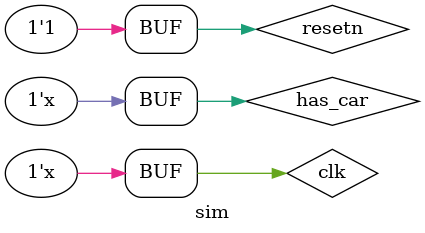
<source format=sv>
module sim (
    
);
    logic clk, resetn;

    initial begin
        clk = '0;
        resetn = '0;
        #100 resetn = '1;
    end
    always #5 clk = ~clk;

    logic has_car;

    initial begin
        has_car = 1'b0;
    end

    always #1000 has_car = ~has_car;
    lab6 #(.SIM(1'b1)) lab6_inst(.clk, .resetn, .has_car);
endmodule

</source>
